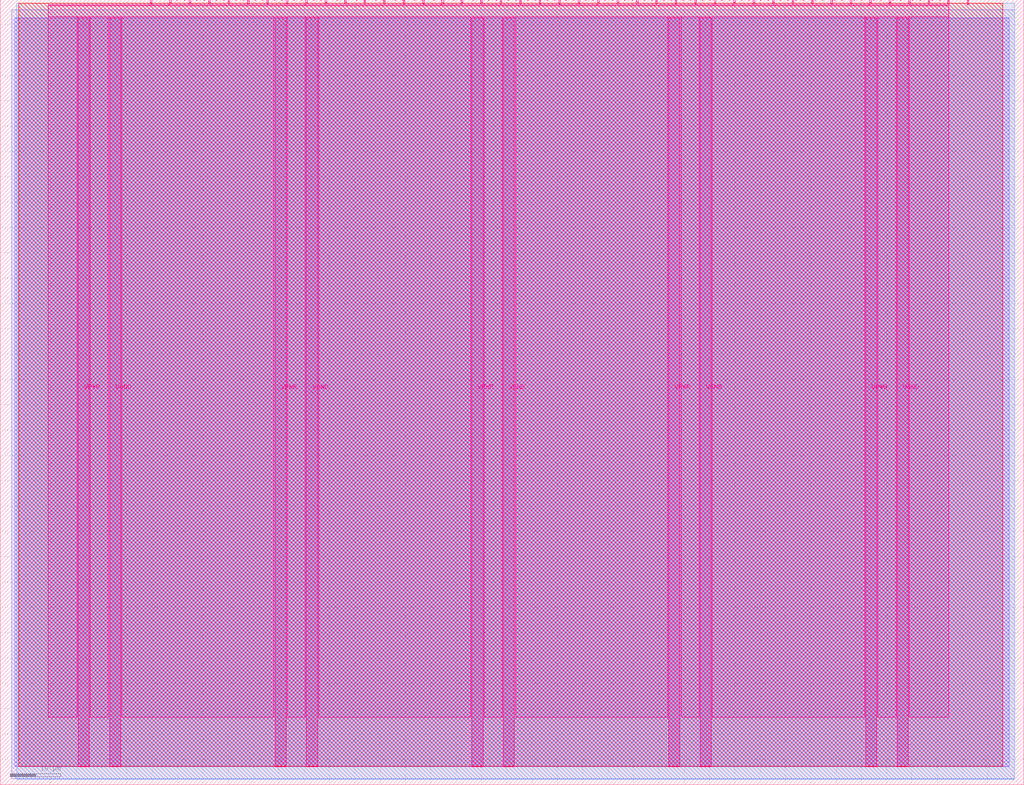
<source format=lef>
VERSION 5.7 ;
  NOWIREEXTENSIONATPIN ON ;
  DIVIDERCHAR "/" ;
  BUSBITCHARS "[]" ;
MACRO tt_um_urish_simon
  CLASS BLOCK ;
  FOREIGN tt_um_urish_simon ;
  ORIGIN 0.000 0.000 ;
  SIZE 202.080 BY 154.980 ;
  PIN VGND
    DIRECTION INOUT ;
    USE GROUND ;
    PORT
      LAYER Metal5 ;
        RECT 21.580 3.560 23.780 151.420 ;
    END
    PORT
      LAYER Metal5 ;
        RECT 60.450 3.560 62.650 151.420 ;
    END
    PORT
      LAYER Metal5 ;
        RECT 99.320 3.560 101.520 151.420 ;
    END
    PORT
      LAYER Metal5 ;
        RECT 138.190 3.560 140.390 151.420 ;
    END
    PORT
      LAYER Metal5 ;
        RECT 177.060 3.560 179.260 151.420 ;
    END
  END VGND
  PIN VPWR
    DIRECTION INOUT ;
    USE POWER ;
    PORT
      LAYER Metal5 ;
        RECT 15.380 3.560 17.580 151.420 ;
    END
    PORT
      LAYER Metal5 ;
        RECT 54.250 3.560 56.450 151.420 ;
    END
    PORT
      LAYER Metal5 ;
        RECT 93.120 3.560 95.320 151.420 ;
    END
    PORT
      LAYER Metal5 ;
        RECT 131.990 3.560 134.190 151.420 ;
    END
    PORT
      LAYER Metal5 ;
        RECT 170.860 3.560 173.060 151.420 ;
    END
  END VPWR
  PIN clk
    DIRECTION INPUT ;
    USE SIGNAL ;
    ANTENNAGATEAREA 0.180700 ;
    PORT
      LAYER Metal5 ;
        RECT 187.050 153.980 187.350 154.980 ;
    END
  END clk
  PIN ena
    DIRECTION INPUT ;
    USE SIGNAL ;
    PORT
      LAYER Metal5 ;
        RECT 190.890 153.980 191.190 154.980 ;
    END
  END ena
  PIN rst_n
    DIRECTION INPUT ;
    USE SIGNAL ;
    ANTENNAGATEAREA 0.741000 ;
    PORT
      LAYER Metal5 ;
        RECT 183.210 153.980 183.510 154.980 ;
    END
  END rst_n
  PIN ui_in[0]
    DIRECTION INPUT ;
    USE SIGNAL ;
    ANTENNAGATEAREA 0.213200 ;
    PORT
      LAYER Metal5 ;
        RECT 179.370 153.980 179.670 154.980 ;
    END
  END ui_in[0]
  PIN ui_in[1]
    DIRECTION INPUT ;
    USE SIGNAL ;
    ANTENNAGATEAREA 0.213200 ;
    PORT
      LAYER Metal5 ;
        RECT 175.530 153.980 175.830 154.980 ;
    END
  END ui_in[1]
  PIN ui_in[2]
    DIRECTION INPUT ;
    USE SIGNAL ;
    ANTENNAGATEAREA 0.213200 ;
    PORT
      LAYER Metal5 ;
        RECT 171.690 153.980 171.990 154.980 ;
    END
  END ui_in[2]
  PIN ui_in[3]
    DIRECTION INPUT ;
    USE SIGNAL ;
    ANTENNAGATEAREA 0.180700 ;
    PORT
      LAYER Metal5 ;
        RECT 167.850 153.980 168.150 154.980 ;
    END
  END ui_in[3]
  PIN ui_in[4]
    DIRECTION INPUT ;
    USE SIGNAL ;
    ANTENNAGATEAREA 0.180700 ;
    PORT
      LAYER Metal5 ;
        RECT 164.010 153.980 164.310 154.980 ;
    END
  END ui_in[4]
  PIN ui_in[5]
    DIRECTION INPUT ;
    USE SIGNAL ;
    PORT
      LAYER Metal5 ;
        RECT 160.170 153.980 160.470 154.980 ;
    END
  END ui_in[5]
  PIN ui_in[6]
    DIRECTION INPUT ;
    USE SIGNAL ;
    PORT
      LAYER Metal5 ;
        RECT 156.330 153.980 156.630 154.980 ;
    END
  END ui_in[6]
  PIN ui_in[7]
    DIRECTION INPUT ;
    USE SIGNAL ;
    ANTENNAGATEAREA 0.213200 ;
    PORT
      LAYER Metal5 ;
        RECT 152.490 153.980 152.790 154.980 ;
    END
  END ui_in[7]
  PIN uio_in[0]
    DIRECTION INPUT ;
    USE SIGNAL ;
    PORT
      LAYER Metal5 ;
        RECT 148.650 153.980 148.950 154.980 ;
    END
  END uio_in[0]
  PIN uio_in[1]
    DIRECTION INPUT ;
    USE SIGNAL ;
    PORT
      LAYER Metal5 ;
        RECT 144.810 153.980 145.110 154.980 ;
    END
  END uio_in[1]
  PIN uio_in[2]
    DIRECTION INPUT ;
    USE SIGNAL ;
    PORT
      LAYER Metal5 ;
        RECT 140.970 153.980 141.270 154.980 ;
    END
  END uio_in[2]
  PIN uio_in[3]
    DIRECTION INPUT ;
    USE SIGNAL ;
    PORT
      LAYER Metal5 ;
        RECT 137.130 153.980 137.430 154.980 ;
    END
  END uio_in[3]
  PIN uio_in[4]
    DIRECTION INPUT ;
    USE SIGNAL ;
    PORT
      LAYER Metal5 ;
        RECT 133.290 153.980 133.590 154.980 ;
    END
  END uio_in[4]
  PIN uio_in[5]
    DIRECTION INPUT ;
    USE SIGNAL ;
    PORT
      LAYER Metal5 ;
        RECT 129.450 153.980 129.750 154.980 ;
    END
  END uio_in[5]
  PIN uio_in[6]
    DIRECTION INPUT ;
    USE SIGNAL ;
    PORT
      LAYER Metal5 ;
        RECT 125.610 153.980 125.910 154.980 ;
    END
  END uio_in[6]
  PIN uio_in[7]
    DIRECTION INPUT ;
    USE SIGNAL ;
    PORT
      LAYER Metal5 ;
        RECT 121.770 153.980 122.070 154.980 ;
    END
  END uio_in[7]
  PIN uio_oe[0]
    DIRECTION OUTPUT ;
    USE SIGNAL ;
    ANTENNADIFFAREA 0.392700 ;
    PORT
      LAYER Metal5 ;
        RECT 56.490 153.980 56.790 154.980 ;
    END
  END uio_oe[0]
  PIN uio_oe[1]
    DIRECTION OUTPUT ;
    USE SIGNAL ;
    ANTENNADIFFAREA 0.392700 ;
    PORT
      LAYER Metal5 ;
        RECT 52.650 153.980 52.950 154.980 ;
    END
  END uio_oe[1]
  PIN uio_oe[2]
    DIRECTION OUTPUT ;
    USE SIGNAL ;
    ANTENNADIFFAREA 0.392700 ;
    PORT
      LAYER Metal5 ;
        RECT 48.810 153.980 49.110 154.980 ;
    END
  END uio_oe[2]
  PIN uio_oe[3]
    DIRECTION OUTPUT ;
    USE SIGNAL ;
    ANTENNADIFFAREA 0.392700 ;
    PORT
      LAYER Metal5 ;
        RECT 44.970 153.980 45.270 154.980 ;
    END
  END uio_oe[3]
  PIN uio_oe[4]
    DIRECTION OUTPUT ;
    USE SIGNAL ;
    ANTENNADIFFAREA 0.392700 ;
    PORT
      LAYER Metal5 ;
        RECT 41.130 153.980 41.430 154.980 ;
    END
  END uio_oe[4]
  PIN uio_oe[5]
    DIRECTION OUTPUT ;
    USE SIGNAL ;
    ANTENNADIFFAREA 0.392700 ;
    PORT
      LAYER Metal5 ;
        RECT 37.290 153.980 37.590 154.980 ;
    END
  END uio_oe[5]
  PIN uio_oe[6]
    DIRECTION OUTPUT ;
    USE SIGNAL ;
    ANTENNADIFFAREA 0.392700 ;
    PORT
      LAYER Metal5 ;
        RECT 33.450 153.980 33.750 154.980 ;
    END
  END uio_oe[6]
  PIN uio_oe[7]
    DIRECTION OUTPUT ;
    USE SIGNAL ;
    ANTENNADIFFAREA 0.299200 ;
    PORT
      LAYER Metal5 ;
        RECT 29.610 153.980 29.910 154.980 ;
    END
  END uio_oe[7]
  PIN uio_out[0]
    DIRECTION OUTPUT ;
    USE SIGNAL ;
    ANTENNADIFFAREA 0.632400 ;
    PORT
      LAYER Metal5 ;
        RECT 87.210 153.980 87.510 154.980 ;
    END
  END uio_out[0]
  PIN uio_out[1]
    DIRECTION OUTPUT ;
    USE SIGNAL ;
    ANTENNADIFFAREA 0.632400 ;
    PORT
      LAYER Metal5 ;
        RECT 83.370 153.980 83.670 154.980 ;
    END
  END uio_out[1]
  PIN uio_out[2]
    DIRECTION OUTPUT ;
    USE SIGNAL ;
    ANTENNADIFFAREA 0.632400 ;
    PORT
      LAYER Metal5 ;
        RECT 79.530 153.980 79.830 154.980 ;
    END
  END uio_out[2]
  PIN uio_out[3]
    DIRECTION OUTPUT ;
    USE SIGNAL ;
    ANTENNADIFFAREA 0.632400 ;
    PORT
      LAYER Metal5 ;
        RECT 75.690 153.980 75.990 154.980 ;
    END
  END uio_out[3]
  PIN uio_out[4]
    DIRECTION OUTPUT ;
    USE SIGNAL ;
    ANTENNADIFFAREA 0.632400 ;
    PORT
      LAYER Metal5 ;
        RECT 71.850 153.980 72.150 154.980 ;
    END
  END uio_out[4]
  PIN uio_out[5]
    DIRECTION OUTPUT ;
    USE SIGNAL ;
    ANTENNADIFFAREA 0.632400 ;
    PORT
      LAYER Metal5 ;
        RECT 68.010 153.980 68.310 154.980 ;
    END
  END uio_out[5]
  PIN uio_out[6]
    DIRECTION OUTPUT ;
    USE SIGNAL ;
    ANTENNADIFFAREA 0.632400 ;
    PORT
      LAYER Metal5 ;
        RECT 64.170 153.980 64.470 154.980 ;
    END
  END uio_out[6]
  PIN uio_out[7]
    DIRECTION OUTPUT ;
    USE SIGNAL ;
    ANTENNADIFFAREA 0.299200 ;
    PORT
      LAYER Metal5 ;
        RECT 60.330 153.980 60.630 154.980 ;
    END
  END uio_out[7]
  PIN uo_out[0]
    DIRECTION OUTPUT ;
    USE SIGNAL ;
    ANTENNAGATEAREA 0.109200 ;
    ANTENNADIFFAREA 0.632400 ;
    PORT
      LAYER Metal5 ;
        RECT 117.930 153.980 118.230 154.980 ;
    END
  END uo_out[0]
  PIN uo_out[1]
    DIRECTION OUTPUT ;
    USE SIGNAL ;
    ANTENNAGATEAREA 0.109200 ;
    ANTENNADIFFAREA 0.632400 ;
    PORT
      LAYER Metal5 ;
        RECT 114.090 153.980 114.390 154.980 ;
    END
  END uo_out[1]
  PIN uo_out[2]
    DIRECTION OUTPUT ;
    USE SIGNAL ;
    ANTENNAGATEAREA 0.109200 ;
    ANTENNADIFFAREA 0.632400 ;
    PORT
      LAYER Metal5 ;
        RECT 110.250 153.980 110.550 154.980 ;
    END
  END uo_out[2]
  PIN uo_out[3]
    DIRECTION OUTPUT ;
    USE SIGNAL ;
    ANTENNAGATEAREA 0.109200 ;
    ANTENNADIFFAREA 0.632400 ;
    PORT
      LAYER Metal5 ;
        RECT 106.410 153.980 106.710 154.980 ;
    END
  END uo_out[3]
  PIN uo_out[4]
    DIRECTION OUTPUT ;
    USE SIGNAL ;
    ANTENNADIFFAREA 0.706800 ;
    PORT
      LAYER Metal5 ;
        RECT 102.570 153.980 102.870 154.980 ;
    END
  END uo_out[4]
  PIN uo_out[5]
    DIRECTION OUTPUT ;
    USE SIGNAL ;
    ANTENNADIFFAREA 0.632400 ;
    PORT
      LAYER Metal5 ;
        RECT 98.730 153.980 99.030 154.980 ;
    END
  END uo_out[5]
  PIN uo_out[6]
    DIRECTION OUTPUT ;
    USE SIGNAL ;
    ANTENNADIFFAREA 0.632400 ;
    PORT
      LAYER Metal5 ;
        RECT 94.890 153.980 95.190 154.980 ;
    END
  END uo_out[6]
  PIN uo_out[7]
    DIRECTION OUTPUT ;
    USE SIGNAL ;
    ANTENNADIFFAREA 0.654800 ;
    PORT
      LAYER Metal5 ;
        RECT 91.050 153.980 91.350 154.980 ;
    END
  END uo_out[7]
  OBS
      LAYER GatPoly ;
        RECT 2.880 3.630 199.200 151.350 ;
      LAYER Metal1 ;
        RECT 2.880 3.560 199.200 151.420 ;
      LAYER Metal2 ;
        RECT 2.300 1.160 200.305 152.980 ;
      LAYER Metal3 ;
        RECT 3.260 1.115 200.260 154.285 ;
      LAYER Metal4 ;
        RECT 3.695 3.680 197.905 154.240 ;
      LAYER Metal5 ;
        RECT 9.500 153.770 29.400 153.980 ;
        RECT 30.120 153.770 33.240 153.980 ;
        RECT 33.960 153.770 37.080 153.980 ;
        RECT 37.800 153.770 40.920 153.980 ;
        RECT 41.640 153.770 44.760 153.980 ;
        RECT 45.480 153.770 48.600 153.980 ;
        RECT 49.320 153.770 52.440 153.980 ;
        RECT 53.160 153.770 56.280 153.980 ;
        RECT 57.000 153.770 60.120 153.980 ;
        RECT 60.840 153.770 63.960 153.980 ;
        RECT 64.680 153.770 67.800 153.980 ;
        RECT 68.520 153.770 71.640 153.980 ;
        RECT 72.360 153.770 75.480 153.980 ;
        RECT 76.200 153.770 79.320 153.980 ;
        RECT 80.040 153.770 83.160 153.980 ;
        RECT 83.880 153.770 87.000 153.980 ;
        RECT 87.720 153.770 90.840 153.980 ;
        RECT 91.560 153.770 94.680 153.980 ;
        RECT 95.400 153.770 98.520 153.980 ;
        RECT 99.240 153.770 102.360 153.980 ;
        RECT 103.080 153.770 106.200 153.980 ;
        RECT 106.920 153.770 110.040 153.980 ;
        RECT 110.760 153.770 113.880 153.980 ;
        RECT 114.600 153.770 117.720 153.980 ;
        RECT 118.440 153.770 121.560 153.980 ;
        RECT 122.280 153.770 125.400 153.980 ;
        RECT 126.120 153.770 129.240 153.980 ;
        RECT 129.960 153.770 133.080 153.980 ;
        RECT 133.800 153.770 136.920 153.980 ;
        RECT 137.640 153.770 140.760 153.980 ;
        RECT 141.480 153.770 144.600 153.980 ;
        RECT 145.320 153.770 148.440 153.980 ;
        RECT 149.160 153.770 152.280 153.980 ;
        RECT 153.000 153.770 156.120 153.980 ;
        RECT 156.840 153.770 159.960 153.980 ;
        RECT 160.680 153.770 163.800 153.980 ;
        RECT 164.520 153.770 167.640 153.980 ;
        RECT 168.360 153.770 171.480 153.980 ;
        RECT 172.200 153.770 175.320 153.980 ;
        RECT 176.040 153.770 179.160 153.980 ;
        RECT 179.880 153.770 183.000 153.980 ;
        RECT 183.720 153.770 186.840 153.980 ;
        RECT 9.500 151.630 187.300 153.770 ;
        RECT 9.500 13.295 15.170 151.630 ;
        RECT 17.790 13.295 21.370 151.630 ;
        RECT 23.990 13.295 54.040 151.630 ;
        RECT 56.660 13.295 60.240 151.630 ;
        RECT 62.860 13.295 92.910 151.630 ;
        RECT 95.530 13.295 99.110 151.630 ;
        RECT 101.730 13.295 131.780 151.630 ;
        RECT 134.400 13.295 137.980 151.630 ;
        RECT 140.600 13.295 170.650 151.630 ;
        RECT 173.270 13.295 176.850 151.630 ;
        RECT 179.470 13.295 187.300 151.630 ;
  END
END tt_um_urish_simon
END LIBRARY


</source>
